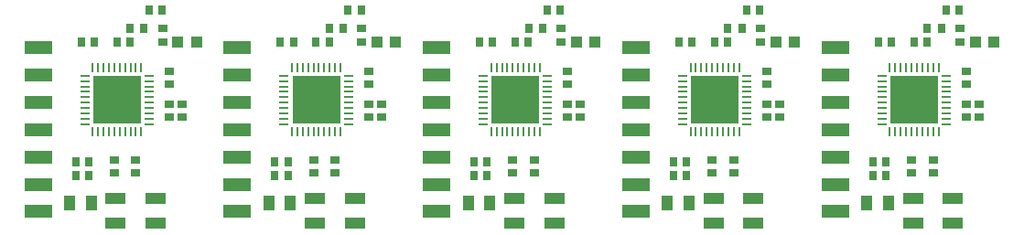
<source format=gtp>
G75*
G70*
%OFA0B0*%
%FSLAX25Y25*%
%IPPOS*%
%LPD*%
%AMOC8*
5,1,8,0,0,1.08239X$1,22.5*
%
%ADD14R,0.02760X0.03540*%
%ADD19R,0.02910X0.03660*%
%ADD21R,0.10000X0.05000*%
%ADD25R,0.04330X0.03940*%
%ADD26R,0.03350X0.01100*%
%ADD36R,0.17720X0.17720*%
%ADD39R,0.01100X0.03350*%
%ADD41R,0.07480X0.04330*%
%ADD42R,0.03660X0.02910*%
%ADD45R,0.03940X0.05510*%
X0010000Y0010000D02*
G75*
%LPD*%
D36*
X0044700Y0059000D03*
D26*
X0032990Y0058020D03*
X0032990Y0056050D03*
X0032990Y0054080D03*
X0032990Y0052110D03*
X0032990Y0050140D03*
X0032990Y0059980D03*
X0032990Y0061950D03*
X0032990Y0063920D03*
X0032990Y0065890D03*
X0032990Y0067860D03*
X0056410Y0067860D03*
X0056410Y0065890D03*
X0056410Y0063920D03*
X0056410Y0061950D03*
X0056410Y0059980D03*
X0056410Y0058020D03*
X0056410Y0056050D03*
X0056410Y0054080D03*
X0056410Y0052110D03*
X0056410Y0050140D03*
D39*
X0053560Y0047290D03*
X0051590Y0047290D03*
X0049620Y0047290D03*
X0047650Y0047290D03*
X0045680Y0047290D03*
X0043720Y0047290D03*
X0041750Y0047290D03*
X0039780Y0047290D03*
X0037810Y0047290D03*
X0035840Y0047290D03*
X0035840Y0070710D03*
X0037810Y0070710D03*
X0039780Y0070710D03*
X0041750Y0070710D03*
X0043720Y0070710D03*
X0045680Y0070710D03*
X0047650Y0070710D03*
X0049620Y0070710D03*
X0051590Y0070710D03*
X0053560Y0070710D03*
D42*
X0061300Y0080230D03*
X0061300Y0084970D03*
X0063700Y0069370D03*
X0063700Y0064630D03*
X0063700Y0057470D03*
X0063700Y0052730D03*
X0068400Y0052730D03*
X0068400Y0057470D03*
X0051600Y0037170D03*
X0051600Y0032430D03*
X0043700Y0032430D03*
X0043700Y0037170D03*
D19*
X0034370Y0036500D03*
X0034370Y0031500D03*
X0029630Y0031500D03*
X0029630Y0036500D03*
X0031630Y0080000D03*
X0036370Y0080000D03*
X0044630Y0080000D03*
X0049370Y0080000D03*
X0056330Y0091700D03*
X0061070Y0091700D03*
D25*
X0066950Y0080100D03*
X0073650Y0080100D03*
D14*
X0054560Y0085100D03*
X0049440Y0085100D03*
D41*
X0044220Y0023030D03*
X0044220Y0013970D03*
X0058780Y0013970D03*
X0058780Y0023030D03*
D45*
X0035340Y0021400D03*
X0027460Y0021400D03*
D21*
X0016000Y0018500D03*
X0016000Y0028000D03*
X0016000Y0038000D03*
X0016000Y0048000D03*
X0016000Y0058000D03*
X0016000Y0068000D03*
X0016000Y0078000D03*
X0082600Y0010000D02*
G75*
%LPD*%
D36*
X0117300Y0059000D03*
D26*
X0105590Y0058020D03*
X0105590Y0056050D03*
X0105590Y0054080D03*
X0105590Y0052110D03*
X0105590Y0050140D03*
X0105590Y0059980D03*
X0105590Y0061950D03*
X0105590Y0063920D03*
X0105590Y0065890D03*
X0105590Y0067860D03*
X0129010Y0067860D03*
X0129010Y0065890D03*
X0129010Y0063920D03*
X0129010Y0061950D03*
X0129010Y0059980D03*
X0129010Y0058020D03*
X0129010Y0056050D03*
X0129010Y0054080D03*
X0129010Y0052110D03*
X0129010Y0050140D03*
D39*
X0126160Y0047290D03*
X0124190Y0047290D03*
X0122220Y0047290D03*
X0120250Y0047290D03*
X0118280Y0047290D03*
X0116320Y0047290D03*
X0114350Y0047290D03*
X0112380Y0047290D03*
X0110410Y0047290D03*
X0108440Y0047290D03*
X0108440Y0070710D03*
X0110410Y0070710D03*
X0112380Y0070710D03*
X0114350Y0070710D03*
X0116320Y0070710D03*
X0118280Y0070710D03*
X0120250Y0070710D03*
X0122220Y0070710D03*
X0124190Y0070710D03*
X0126160Y0070710D03*
D42*
X0133900Y0080230D03*
X0133900Y0084970D03*
X0136300Y0069370D03*
X0136300Y0064630D03*
X0136300Y0057470D03*
X0136300Y0052730D03*
X0141000Y0052730D03*
X0141000Y0057470D03*
X0124200Y0037170D03*
X0124200Y0032430D03*
X0116300Y0032430D03*
X0116300Y0037170D03*
D19*
X0106970Y0036500D03*
X0106970Y0031500D03*
X0102230Y0031500D03*
X0102230Y0036500D03*
X0104230Y0080000D03*
X0108970Y0080000D03*
X0117230Y0080000D03*
X0121970Y0080000D03*
X0128930Y0091700D03*
X0133670Y0091700D03*
D25*
X0139550Y0080100D03*
X0146250Y0080100D03*
D14*
X0127160Y0085100D03*
X0122040Y0085100D03*
D41*
X0116820Y0023030D03*
X0116820Y0013970D03*
X0131380Y0013970D03*
X0131380Y0023030D03*
D45*
X0107940Y0021400D03*
X0100060Y0021400D03*
D21*
X0088600Y0018500D03*
X0088600Y0028000D03*
X0088600Y0038000D03*
X0088600Y0048000D03*
X0088600Y0058000D03*
X0088600Y0068000D03*
X0088600Y0078000D03*
X0155200Y0010000D02*
G75*
%LPD*%
D36*
X0189900Y0059000D03*
D26*
X0178190Y0058020D03*
X0178190Y0056050D03*
X0178190Y0054080D03*
X0178190Y0052110D03*
X0178190Y0050140D03*
X0178190Y0059980D03*
X0178190Y0061950D03*
X0178190Y0063920D03*
X0178190Y0065890D03*
X0178190Y0067860D03*
X0201610Y0067860D03*
X0201610Y0065890D03*
X0201610Y0063920D03*
X0201610Y0061950D03*
X0201610Y0059980D03*
X0201610Y0058020D03*
X0201610Y0056050D03*
X0201610Y0054080D03*
X0201610Y0052110D03*
X0201610Y0050140D03*
D39*
X0198760Y0047290D03*
X0196790Y0047290D03*
X0194820Y0047290D03*
X0192850Y0047290D03*
X0190880Y0047290D03*
X0188920Y0047290D03*
X0186950Y0047290D03*
X0184980Y0047290D03*
X0183010Y0047290D03*
X0181040Y0047290D03*
X0181040Y0070710D03*
X0183010Y0070710D03*
X0184980Y0070710D03*
X0186950Y0070710D03*
X0188920Y0070710D03*
X0190880Y0070710D03*
X0192850Y0070710D03*
X0194820Y0070710D03*
X0196790Y0070710D03*
X0198760Y0070710D03*
D42*
X0206500Y0080230D03*
X0206500Y0084970D03*
X0208900Y0069370D03*
X0208900Y0064630D03*
X0208900Y0057470D03*
X0208900Y0052730D03*
X0213600Y0052730D03*
X0213600Y0057470D03*
X0196800Y0037170D03*
X0196800Y0032430D03*
X0188900Y0032430D03*
X0188900Y0037170D03*
D19*
X0179570Y0036500D03*
X0179570Y0031500D03*
X0174830Y0031500D03*
X0174830Y0036500D03*
X0176830Y0080000D03*
X0181570Y0080000D03*
X0189830Y0080000D03*
X0194570Y0080000D03*
X0201530Y0091700D03*
X0206270Y0091700D03*
D25*
X0212150Y0080100D03*
X0218850Y0080100D03*
D14*
X0199760Y0085100D03*
X0194640Y0085100D03*
D41*
X0189420Y0023030D03*
X0189420Y0013970D03*
X0203980Y0013970D03*
X0203980Y0023030D03*
D45*
X0180540Y0021400D03*
X0172660Y0021400D03*
D21*
X0161200Y0018500D03*
X0161200Y0028000D03*
X0161200Y0038000D03*
X0161200Y0048000D03*
X0161200Y0058000D03*
X0161200Y0068000D03*
X0161200Y0078000D03*
X0227800Y0010000D02*
G75*
%LPD*%
D36*
X0262500Y0059000D03*
D26*
X0250790Y0058020D03*
X0250790Y0056050D03*
X0250790Y0054080D03*
X0250790Y0052110D03*
X0250790Y0050140D03*
X0250790Y0059980D03*
X0250790Y0061950D03*
X0250790Y0063920D03*
X0250790Y0065890D03*
X0250790Y0067860D03*
X0274210Y0067860D03*
X0274210Y0065890D03*
X0274210Y0063920D03*
X0274210Y0061950D03*
X0274210Y0059980D03*
X0274210Y0058020D03*
X0274210Y0056050D03*
X0274210Y0054080D03*
X0274210Y0052110D03*
X0274210Y0050140D03*
D39*
X0271360Y0047290D03*
X0269390Y0047290D03*
X0267420Y0047290D03*
X0265450Y0047290D03*
X0263480Y0047290D03*
X0261520Y0047290D03*
X0259550Y0047290D03*
X0257580Y0047290D03*
X0255610Y0047290D03*
X0253640Y0047290D03*
X0253640Y0070710D03*
X0255610Y0070710D03*
X0257580Y0070710D03*
X0259550Y0070710D03*
X0261520Y0070710D03*
X0263480Y0070710D03*
X0265450Y0070710D03*
X0267420Y0070710D03*
X0269390Y0070710D03*
X0271360Y0070710D03*
D42*
X0279100Y0080230D03*
X0279100Y0084970D03*
X0281500Y0069370D03*
X0281500Y0064630D03*
X0281500Y0057470D03*
X0281500Y0052730D03*
X0286200Y0052730D03*
X0286200Y0057470D03*
X0269400Y0037170D03*
X0269400Y0032430D03*
X0261500Y0032430D03*
X0261500Y0037170D03*
D19*
X0252170Y0036500D03*
X0252170Y0031500D03*
X0247430Y0031500D03*
X0247430Y0036500D03*
X0249430Y0080000D03*
X0254170Y0080000D03*
X0262430Y0080000D03*
X0267170Y0080000D03*
X0274130Y0091700D03*
X0278870Y0091700D03*
D25*
X0284750Y0080100D03*
X0291450Y0080100D03*
D14*
X0272360Y0085100D03*
X0267240Y0085100D03*
D41*
X0262020Y0023030D03*
X0262020Y0013970D03*
X0276580Y0013970D03*
X0276580Y0023030D03*
D45*
X0253140Y0021400D03*
X0245260Y0021400D03*
D21*
X0233800Y0018500D03*
X0233800Y0028000D03*
X0233800Y0038000D03*
X0233800Y0048000D03*
X0233800Y0058000D03*
X0233800Y0068000D03*
X0233800Y0078000D03*
X0300400Y0010000D02*
G75*
%LPD*%
D36*
X0335100Y0059000D03*
D26*
X0323390Y0058020D03*
X0323390Y0056050D03*
X0323390Y0054080D03*
X0323390Y0052110D03*
X0323390Y0050140D03*
X0323390Y0059980D03*
X0323390Y0061950D03*
X0323390Y0063920D03*
X0323390Y0065890D03*
X0323390Y0067860D03*
X0346810Y0067860D03*
X0346810Y0065890D03*
X0346810Y0063920D03*
X0346810Y0061950D03*
X0346810Y0059980D03*
X0346810Y0058020D03*
X0346810Y0056050D03*
X0346810Y0054080D03*
X0346810Y0052110D03*
X0346810Y0050140D03*
D39*
X0343960Y0047290D03*
X0341990Y0047290D03*
X0340020Y0047290D03*
X0338050Y0047290D03*
X0336080Y0047290D03*
X0334120Y0047290D03*
X0332150Y0047290D03*
X0330180Y0047290D03*
X0328210Y0047290D03*
X0326240Y0047290D03*
X0326240Y0070710D03*
X0328210Y0070710D03*
X0330180Y0070710D03*
X0332150Y0070710D03*
X0334120Y0070710D03*
X0336080Y0070710D03*
X0338050Y0070710D03*
X0340020Y0070710D03*
X0341990Y0070710D03*
X0343960Y0070710D03*
D42*
X0351700Y0080230D03*
X0351700Y0084970D03*
X0354100Y0069370D03*
X0354100Y0064630D03*
X0354100Y0057470D03*
X0354100Y0052730D03*
X0358800Y0052730D03*
X0358800Y0057470D03*
X0342000Y0037170D03*
X0342000Y0032430D03*
X0334100Y0032430D03*
X0334100Y0037170D03*
D19*
X0324770Y0036500D03*
X0324770Y0031500D03*
X0320030Y0031500D03*
X0320030Y0036500D03*
X0322030Y0080000D03*
X0326770Y0080000D03*
X0335030Y0080000D03*
X0339770Y0080000D03*
X0346730Y0091700D03*
X0351470Y0091700D03*
D25*
X0357350Y0080100D03*
X0364050Y0080100D03*
D14*
X0344960Y0085100D03*
X0339840Y0085100D03*
D41*
X0334620Y0023030D03*
X0334620Y0013970D03*
X0349180Y0013970D03*
X0349180Y0023030D03*
D45*
X0325740Y0021400D03*
X0317860Y0021400D03*
D21*
X0306400Y0018500D03*
X0306400Y0028000D03*
X0306400Y0038000D03*
X0306400Y0048000D03*
X0306400Y0058000D03*
X0306400Y0068000D03*
X0306400Y0078000D03*
M02*

</source>
